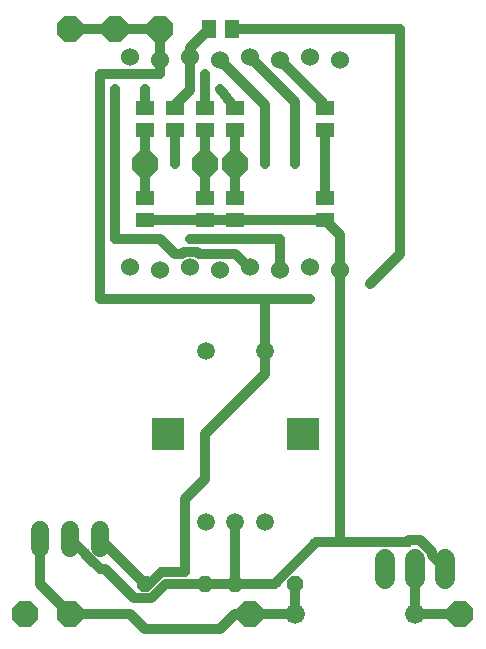
<source format=gbr>
G04 EAGLE Gerber RS-274X export*
G75*
%MOMM*%
%FSLAX34Y34*%
%LPD*%
%INTop Copper*%
%IPPOS*%
%AMOC8*
5,1,8,0,0,1.08239X$1,22.5*%
G01*
%ADD10P,1.429621X8X202.500000*%
%ADD11P,1.429621X8X22.500000*%
%ADD12C,1.676400*%
%ADD13C,1.508000*%
%ADD14R,2.700000X2.700000*%
%ADD15R,1.500000X1.300000*%
%ADD16P,2.336880X8X22.500000*%
%ADD17C,1.524000*%
%ADD18C,1.524000*%
%ADD19P,2.336880X8X202.500000*%
%ADD20C,1.676400*%
%ADD21P,2.336880X8X112.500000*%
%ADD22R,1.300000X1.500000*%
%ADD23C,0.812800*%
%ADD24C,0.756400*%
%ADD25C,0.152400*%


D10*
X254000Y63500D03*
X203200Y63500D03*
D11*
X127000Y63500D03*
X177800Y63500D03*
D12*
X355600Y38100D03*
X254000Y38100D03*
D13*
X203200Y115500D03*
X178200Y115500D03*
X228700Y115500D03*
X178200Y260500D03*
X228200Y260500D03*
D14*
X146200Y190500D03*
X260200Y190500D03*
D15*
X279400Y371500D03*
X279400Y390500D03*
D16*
X139700Y533400D03*
X127000Y419100D03*
D15*
X127000Y371500D03*
X127000Y390500D03*
D17*
X38100Y109220D02*
X38100Y93980D01*
X63500Y93980D02*
X63500Y109220D01*
X88900Y109220D02*
X88900Y93980D01*
D18*
X114300Y331470D03*
X139700Y328930D03*
X165100Y331470D03*
X190500Y328930D03*
X215900Y331470D03*
X241300Y328930D03*
X266700Y331470D03*
X292100Y328930D03*
X292100Y506730D03*
X266700Y509270D03*
X241300Y506730D03*
X215900Y509270D03*
X190500Y506730D03*
X165100Y509270D03*
X139700Y506730D03*
X114300Y509270D03*
D15*
X152400Y447700D03*
X152400Y466700D03*
D19*
X215900Y38100D03*
X393700Y38100D03*
D20*
X330200Y67818D02*
X330200Y84582D01*
X355600Y84582D02*
X355600Y67818D01*
X381000Y67818D02*
X381000Y84582D01*
D15*
X203200Y466700D03*
X203200Y447700D03*
X127000Y466700D03*
X127000Y447700D03*
X177800Y466700D03*
X177800Y447700D03*
X279400Y447700D03*
X279400Y466700D03*
D16*
X101600Y533400D03*
X177800Y419100D03*
D15*
X177800Y371500D03*
X177800Y390500D03*
D16*
X63500Y533400D03*
X203200Y419100D03*
D15*
X203200Y371500D03*
X203200Y390500D03*
D21*
X63500Y38100D03*
D16*
X25400Y38100D03*
D22*
X181000Y533400D03*
X200000Y533400D03*
D23*
X88900Y101600D02*
X127000Y63500D01*
X130592Y63500D01*
X140244Y73152D01*
X160852Y73152D01*
X228600Y241300D02*
X228200Y260500D01*
X101600Y533400D02*
X63500Y533400D01*
X101600Y533400D02*
X139700Y533400D01*
X139700Y506730D01*
X139700Y495300D01*
X88900Y495300D01*
X88900Y304800D01*
X228600Y304800D01*
X228200Y304400D01*
X228200Y260500D01*
X200000Y533400D02*
X342900Y533400D01*
X342900Y342900D01*
X317500Y317500D01*
D24*
X317500Y317500D03*
X266700Y304800D03*
D23*
X228600Y304800D01*
X160852Y135452D02*
X160852Y73152D01*
X177800Y190500D02*
X228600Y241300D01*
X177800Y190500D02*
X177800Y152400D01*
X160852Y135452D01*
X114300Y38100D02*
X63500Y38100D01*
X114300Y38100D02*
X127000Y25400D01*
X190500Y25400D01*
X203200Y38100D01*
X215900Y38100D01*
X63500Y38100D02*
X38100Y63500D01*
X38100Y101600D01*
X215900Y38100D02*
X254000Y38100D01*
X254000Y63500D01*
X355600Y76200D02*
X355600Y38100D01*
X393700Y38100D01*
D25*
X152400Y466700D02*
X153277Y469638D01*
D23*
X165100Y481462D02*
X165100Y509270D01*
X165100Y481462D02*
X153277Y469638D01*
X165100Y509270D02*
X165100Y517500D01*
X181000Y533400D01*
D25*
X277802Y468379D02*
X279400Y466700D01*
D23*
X277802Y470228D02*
X241300Y506730D01*
X277802Y470228D02*
X277802Y468379D01*
D24*
X190500Y482600D03*
D23*
X203200Y466700D01*
D25*
X127000Y466700D02*
X127000Y482600D01*
D24*
X127000Y482600D03*
X165100Y355600D03*
D25*
X241300Y355600D01*
X241300Y328930D01*
D23*
X241300Y355600D01*
X165100Y355600D01*
X127000Y466700D02*
X127000Y482600D01*
D24*
X101600Y482600D03*
D25*
X101600Y355600D01*
D23*
X177800Y466700D02*
X177800Y495300D01*
D24*
X177800Y495300D03*
D23*
X101600Y482600D02*
X101600Y355600D01*
X139700Y355600D01*
X152400Y342900D01*
X157851Y342900D01*
X159629Y344678D01*
X170571Y344678D01*
X172349Y342900D01*
X203200Y342900D01*
X214630Y331470D01*
X215900Y331470D01*
D25*
X177800Y390500D02*
X177800Y393700D01*
X177800Y444500D02*
X177800Y447700D01*
D23*
X177800Y444500D02*
X177800Y419100D01*
X177800Y393700D01*
D25*
X127000Y393700D02*
X127000Y390500D01*
D23*
X127000Y419100D02*
X127000Y447700D01*
X127000Y419100D02*
X127000Y393700D01*
D25*
X203200Y444500D02*
X203200Y447700D01*
D23*
X203200Y419100D02*
X203200Y390500D01*
X203200Y419100D02*
X203200Y444500D01*
D24*
X228600Y419100D03*
D23*
X228600Y468630D02*
X190500Y506730D01*
X228600Y468630D02*
X228600Y419100D01*
X279400Y419100D02*
X279400Y390500D01*
X279400Y419100D02*
X279400Y447700D01*
D24*
X279400Y419100D03*
D23*
X152400Y419100D02*
X152400Y447700D01*
D24*
X152400Y419100D03*
X254000Y419100D03*
D23*
X254000Y471170D02*
X215900Y509270D01*
X254000Y471170D02*
X254000Y419100D01*
D25*
X379069Y76200D02*
X381000Y76200D01*
X351181Y95250D02*
X349938Y100168D01*
X349175Y103186D01*
X292100Y328930D02*
X291752Y330096D01*
D24*
X88900Y76200D03*
D23*
X369570Y87630D02*
X381000Y76200D01*
X369570Y87630D02*
X369570Y90369D01*
X359770Y100168D01*
X349938Y100168D01*
X348321Y98552D01*
X236758Y63500D02*
X203200Y63500D01*
X292100Y98552D02*
X348321Y98552D01*
X292100Y98552D02*
X271810Y98552D01*
X236758Y63500D01*
X75692Y89408D02*
X63500Y101600D01*
X75692Y89408D02*
X75692Y88509D01*
X83429Y80772D01*
X84328Y80772D01*
X88900Y76200D01*
X177800Y63500D02*
X203200Y63500D01*
X92620Y76200D02*
X88900Y76200D01*
X144242Y63500D02*
X177800Y63500D01*
X144242Y63500D02*
X132050Y51308D01*
X117512Y51308D01*
X92620Y76200D01*
X292100Y98552D02*
X292100Y328930D01*
X203200Y371500D02*
X177800Y371500D01*
X279400Y371500D02*
X291752Y359148D01*
X291752Y330096D01*
X177800Y371500D02*
X127000Y371500D01*
X203200Y115500D02*
X203200Y63500D01*
X203200Y371500D02*
X279400Y371500D01*
M02*

</source>
